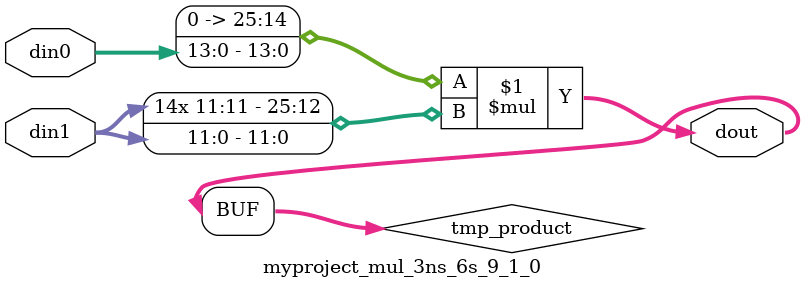
<source format=v>

`timescale 1 ns / 1 ps

  module myproject_mul_3ns_6s_9_1_0(din0, din1, dout);
parameter ID = 1;
parameter NUM_STAGE = 0;
parameter din0_WIDTH = 14;
parameter din1_WIDTH = 12;
parameter dout_WIDTH = 26;

input [din0_WIDTH - 1 : 0] din0; 
input [din1_WIDTH - 1 : 0] din1; 
output [dout_WIDTH - 1 : 0] dout;

wire signed [dout_WIDTH - 1 : 0] tmp_product;











assign tmp_product = $signed({1'b0, din0}) * $signed(din1);










assign dout = tmp_product;







endmodule

</source>
